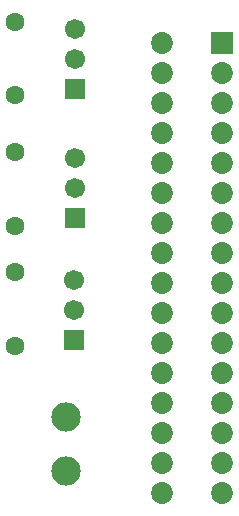
<source format=gbs>
%FSTAX23Y23*%
%MOIN*%
%SFA1B1*%

%IPPOS*%
%ADD23C,0.063000*%
%ADD24C,0.073000*%
%ADD25R,0.073000X0.073000*%
%ADD26C,0.067000*%
%ADD27R,0.067000X0.067000*%
%ADD28C,0.098000*%
%LNspinn5power-1*%
%LPD*%
G54D23*
X00075Y00962D03*
Y00717D03*
Y01362D03*
Y01117D03*
Y01552D03*
Y01797D03*
G54D24*
X00765Y00727D03*
Y01027D03*
Y01327D03*
Y01627D03*
Y00527D03*
Y00427D03*
Y00327D03*
Y00227D03*
X00565Y00527D03*
Y00427D03*
Y00327D03*
Y00227D03*
X00765Y00627D03*
Y00827D03*
Y00927D03*
Y01127D03*
Y01227D03*
Y01427D03*
Y01527D03*
X00565Y00627D03*
Y00827D03*
Y00927D03*
Y01127D03*
Y01227D03*
Y01427D03*
Y01527D03*
Y01727D03*
Y00727D03*
Y01027D03*
Y01327D03*
Y01627D03*
G54D25*
X00765Y01727D03*
G54D26*
X0027Y00937D03*
Y00837D03*
X00275Y01342D03*
Y01242D03*
Y01672D03*
Y01772D03*
G54D27*
X0027Y00737D03*
X00275Y01142D03*
Y01572D03*
G54D28*
X00245Y003D03*
Y0048D03*
M02*
</source>
